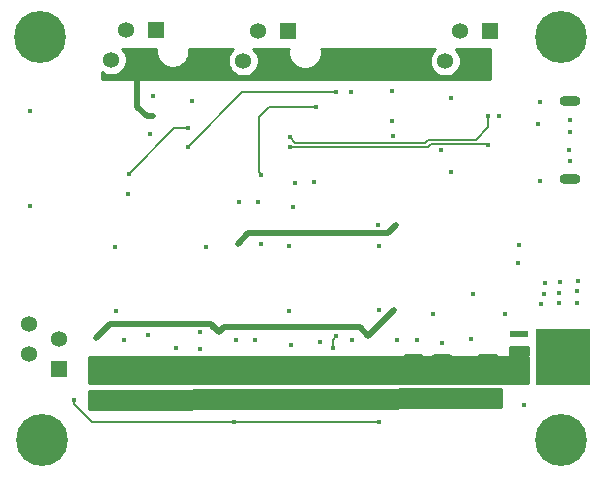
<source format=gbl>
G04 #@! TF.GenerationSoftware,KiCad,Pcbnew,5.99.0+really5.1.10+dfsg1-1*
G04 #@! TF.CreationDate,2021-12-28T19:21:21+02:00*
G04 #@! TF.ProjectId,components_main_board,636f6d70-6f6e-4656-9e74-735f6d61696e,V0.1*
G04 #@! TF.SameCoordinates,Original*
G04 #@! TF.FileFunction,Copper,L4,Bot*
G04 #@! TF.FilePolarity,Positive*
%FSLAX46Y46*%
G04 Gerber Fmt 4.6, Leading zero omitted, Abs format (unit mm)*
G04 Created by KiCad (PCBNEW 5.99.0+really5.1.10+dfsg1-1) date 2021-12-28 19:21:21*
%MOMM*%
%LPD*%
G01*
G04 APERTURE LIST*
G04 #@! TA.AperFunction,ComponentPad*
%ADD10O,1.800000X0.900000*%
G04 #@! TD*
G04 #@! TA.AperFunction,ComponentPad*
%ADD11C,4.400000*%
G04 #@! TD*
G04 #@! TA.AperFunction,SMDPad,CuDef*
%ADD12R,1.620000X0.600000*%
G04 #@! TD*
G04 #@! TA.AperFunction,SMDPad,CuDef*
%ADD13R,4.580000X4.800000*%
G04 #@! TD*
G04 #@! TA.AperFunction,ComponentPad*
%ADD14C,1.358000*%
G04 #@! TD*
G04 #@! TA.AperFunction,ComponentPad*
%ADD15R,1.358000X1.358000*%
G04 #@! TD*
G04 #@! TA.AperFunction,ViaPad*
%ADD16C,0.450000*%
G04 #@! TD*
G04 #@! TA.AperFunction,Conductor*
%ADD17C,0.500000*%
G04 #@! TD*
G04 #@! TA.AperFunction,Conductor*
%ADD18C,0.200000*%
G04 #@! TD*
G04 #@! TA.AperFunction,Conductor*
%ADD19C,0.254000*%
G04 #@! TD*
G04 #@! TA.AperFunction,Conductor*
%ADD20C,0.100000*%
G04 #@! TD*
G04 APERTURE END LIST*
G04 #@! TA.AperFunction,SMDPad,CuDef*
G36*
G01*
X229949999Y-122300000D02*
X231250001Y-122300000D01*
G75*
G02*
X231500000Y-122549999I0J-249999D01*
G01*
X231500000Y-123200001D01*
G75*
G02*
X231250001Y-123450000I-249999J0D01*
G01*
X229949999Y-123450000D01*
G75*
G02*
X229700000Y-123200001I0J249999D01*
G01*
X229700000Y-122549999D01*
G75*
G02*
X229949999Y-122300000I249999J0D01*
G01*
G37*
G04 #@! TD.AperFunction*
G04 #@! TA.AperFunction,SMDPad,CuDef*
G36*
G01*
X229949999Y-119350000D02*
X231250001Y-119350000D01*
G75*
G02*
X231500000Y-119599999I0J-249999D01*
G01*
X231500000Y-120250001D01*
G75*
G02*
X231250001Y-120500000I-249999J0D01*
G01*
X229949999Y-120500000D01*
G75*
G02*
X229700000Y-120250001I0J249999D01*
G01*
X229700000Y-119599999D01*
G75*
G02*
X229949999Y-119350000I249999J0D01*
G01*
G37*
G04 #@! TD.AperFunction*
G04 #@! TA.AperFunction,SMDPad,CuDef*
G36*
G01*
X218949999Y-122525000D02*
X220250001Y-122525000D01*
G75*
G02*
X220500000Y-122774999I0J-249999D01*
G01*
X220500000Y-123425001D01*
G75*
G02*
X220250001Y-123675000I-249999J0D01*
G01*
X218949999Y-123675000D01*
G75*
G02*
X218700000Y-123425001I0J249999D01*
G01*
X218700000Y-122774999D01*
G75*
G02*
X218949999Y-122525000I249999J0D01*
G01*
G37*
G04 #@! TD.AperFunction*
G04 #@! TA.AperFunction,SMDPad,CuDef*
G36*
G01*
X218949999Y-119575000D02*
X220250001Y-119575000D01*
G75*
G02*
X220500000Y-119824999I0J-249999D01*
G01*
X220500000Y-120475001D01*
G75*
G02*
X220250001Y-120725000I-249999J0D01*
G01*
X218949999Y-120725000D01*
G75*
G02*
X218700000Y-120475001I0J249999D01*
G01*
X218700000Y-119824999D01*
G75*
G02*
X218949999Y-119575000I249999J0D01*
G01*
G37*
G04 #@! TD.AperFunction*
G04 #@! TA.AperFunction,SMDPad,CuDef*
G36*
G01*
X210549999Y-122500000D02*
X211850001Y-122500000D01*
G75*
G02*
X212100000Y-122749999I0J-249999D01*
G01*
X212100000Y-123400001D01*
G75*
G02*
X211850001Y-123650000I-249999J0D01*
G01*
X210549999Y-123650000D01*
G75*
G02*
X210300000Y-123400001I0J249999D01*
G01*
X210300000Y-122749999D01*
G75*
G02*
X210549999Y-122500000I249999J0D01*
G01*
G37*
G04 #@! TD.AperFunction*
G04 #@! TA.AperFunction,SMDPad,CuDef*
G36*
G01*
X210549999Y-119550000D02*
X211850001Y-119550000D01*
G75*
G02*
X212100000Y-119799999I0J-249999D01*
G01*
X212100000Y-120450001D01*
G75*
G02*
X211850001Y-120700000I-249999J0D01*
G01*
X210549999Y-120700000D01*
G75*
G02*
X210300000Y-120450001I0J249999D01*
G01*
X210300000Y-119799999D01*
G75*
G02*
X210549999Y-119550000I249999J0D01*
G01*
G37*
G04 #@! TD.AperFunction*
G04 #@! TA.AperFunction,SMDPad,CuDef*
G36*
G01*
X205549999Y-122475000D02*
X206850001Y-122475000D01*
G75*
G02*
X207100000Y-122724999I0J-249999D01*
G01*
X207100000Y-123375001D01*
G75*
G02*
X206850001Y-123625000I-249999J0D01*
G01*
X205549999Y-123625000D01*
G75*
G02*
X205300000Y-123375001I0J249999D01*
G01*
X205300000Y-122724999D01*
G75*
G02*
X205549999Y-122475000I249999J0D01*
G01*
G37*
G04 #@! TD.AperFunction*
G04 #@! TA.AperFunction,SMDPad,CuDef*
G36*
G01*
X205549999Y-119525000D02*
X206850001Y-119525000D01*
G75*
G02*
X207100000Y-119774999I0J-249999D01*
G01*
X207100000Y-120425001D01*
G75*
G02*
X206850001Y-120675000I-249999J0D01*
G01*
X205549999Y-120675000D01*
G75*
G02*
X205300000Y-120425001I0J249999D01*
G01*
X205300000Y-119774999D01*
G75*
G02*
X205549999Y-119525000I249999J0D01*
G01*
G37*
G04 #@! TD.AperFunction*
G04 #@! TA.AperFunction,SMDPad,CuDef*
G36*
G01*
X226049999Y-122325000D02*
X227350001Y-122325000D01*
G75*
G02*
X227600000Y-122574999I0J-249999D01*
G01*
X227600000Y-123225001D01*
G75*
G02*
X227350001Y-123475000I-249999J0D01*
G01*
X226049999Y-123475000D01*
G75*
G02*
X225800000Y-123225001I0J249999D01*
G01*
X225800000Y-122574999D01*
G75*
G02*
X226049999Y-122325000I249999J0D01*
G01*
G37*
G04 #@! TD.AperFunction*
G04 #@! TA.AperFunction,SMDPad,CuDef*
G36*
G01*
X226049999Y-119375000D02*
X227350001Y-119375000D01*
G75*
G02*
X227600000Y-119624999I0J-249999D01*
G01*
X227600000Y-120275001D01*
G75*
G02*
X227350001Y-120525000I-249999J0D01*
G01*
X226049999Y-120525000D01*
G75*
G02*
X225800000Y-120275001I0J249999D01*
G01*
X225800000Y-119624999D01*
G75*
G02*
X226049999Y-119375000I249999J0D01*
G01*
G37*
G04 #@! TD.AperFunction*
G04 #@! TA.AperFunction,SMDPad,CuDef*
G36*
G01*
X212849999Y-122525000D02*
X214150001Y-122525000D01*
G75*
G02*
X214400000Y-122774999I0J-249999D01*
G01*
X214400000Y-123425001D01*
G75*
G02*
X214150001Y-123675000I-249999J0D01*
G01*
X212849999Y-123675000D01*
G75*
G02*
X212600000Y-123425001I0J249999D01*
G01*
X212600000Y-122774999D01*
G75*
G02*
X212849999Y-122525000I249999J0D01*
G01*
G37*
G04 #@! TD.AperFunction*
G04 #@! TA.AperFunction,SMDPad,CuDef*
G36*
G01*
X212849999Y-119575000D02*
X214150001Y-119575000D01*
G75*
G02*
X214400000Y-119824999I0J-249999D01*
G01*
X214400000Y-120475001D01*
G75*
G02*
X214150001Y-120725000I-249999J0D01*
G01*
X212849999Y-120725000D01*
G75*
G02*
X212600000Y-120475001I0J249999D01*
G01*
X212600000Y-119824999D01*
G75*
G02*
X212849999Y-119575000I249999J0D01*
G01*
G37*
G04 #@! TD.AperFunction*
G04 #@! TA.AperFunction,SMDPad,CuDef*
G36*
G01*
X196949999Y-122475000D02*
X198250001Y-122475000D01*
G75*
G02*
X198500000Y-122724999I0J-249999D01*
G01*
X198500000Y-123375001D01*
G75*
G02*
X198250001Y-123625000I-249999J0D01*
G01*
X196949999Y-123625000D01*
G75*
G02*
X196700000Y-123375001I0J249999D01*
G01*
X196700000Y-122724999D01*
G75*
G02*
X196949999Y-122475000I249999J0D01*
G01*
G37*
G04 #@! TD.AperFunction*
G04 #@! TA.AperFunction,SMDPad,CuDef*
G36*
G01*
X196949999Y-119525000D02*
X198250001Y-119525000D01*
G75*
G02*
X198500000Y-119774999I0J-249999D01*
G01*
X198500000Y-120425001D01*
G75*
G02*
X198250001Y-120675000I-249999J0D01*
G01*
X196949999Y-120675000D01*
G75*
G02*
X196700000Y-120425001I0J249999D01*
G01*
X196700000Y-119774999D01*
G75*
G02*
X196949999Y-119525000I249999J0D01*
G01*
G37*
G04 #@! TD.AperFunction*
G04 #@! TA.AperFunction,SMDPad,CuDef*
G36*
G01*
X223649999Y-122325000D02*
X224950001Y-122325000D01*
G75*
G02*
X225200000Y-122574999I0J-249999D01*
G01*
X225200000Y-123225001D01*
G75*
G02*
X224950001Y-123475000I-249999J0D01*
G01*
X223649999Y-123475000D01*
G75*
G02*
X223400000Y-123225001I0J249999D01*
G01*
X223400000Y-122574999D01*
G75*
G02*
X223649999Y-122325000I249999J0D01*
G01*
G37*
G04 #@! TD.AperFunction*
G04 #@! TA.AperFunction,SMDPad,CuDef*
G36*
G01*
X223649999Y-119375000D02*
X224950001Y-119375000D01*
G75*
G02*
X225200000Y-119624999I0J-249999D01*
G01*
X225200000Y-120275001D01*
G75*
G02*
X224950001Y-120525000I-249999J0D01*
G01*
X223649999Y-120525000D01*
G75*
G02*
X223400000Y-120275001I0J249999D01*
G01*
X223400000Y-119624999D01*
G75*
G02*
X223649999Y-119375000I249999J0D01*
G01*
G37*
G04 #@! TD.AperFunction*
G04 #@! TA.AperFunction,SMDPad,CuDef*
G36*
G01*
X216649999Y-122500000D02*
X217950001Y-122500000D01*
G75*
G02*
X218200000Y-122749999I0J-249999D01*
G01*
X218200000Y-123400001D01*
G75*
G02*
X217950001Y-123650000I-249999J0D01*
G01*
X216649999Y-123650000D01*
G75*
G02*
X216400000Y-123400001I0J249999D01*
G01*
X216400000Y-122749999D01*
G75*
G02*
X216649999Y-122500000I249999J0D01*
G01*
G37*
G04 #@! TD.AperFunction*
G04 #@! TA.AperFunction,SMDPad,CuDef*
G36*
G01*
X216649999Y-119550000D02*
X217950001Y-119550000D01*
G75*
G02*
X218200000Y-119799999I0J-249999D01*
G01*
X218200000Y-120450001D01*
G75*
G02*
X217950001Y-120700000I-249999J0D01*
G01*
X216649999Y-120700000D01*
G75*
G02*
X216400000Y-120450001I0J249999D01*
G01*
X216400000Y-119799999D01*
G75*
G02*
X216649999Y-119550000I249999J0D01*
G01*
G37*
G04 #@! TD.AperFunction*
G04 #@! TA.AperFunction,SMDPad,CuDef*
G36*
G01*
X199249999Y-122475000D02*
X200550001Y-122475000D01*
G75*
G02*
X200800000Y-122724999I0J-249999D01*
G01*
X200800000Y-123375001D01*
G75*
G02*
X200550001Y-123625000I-249999J0D01*
G01*
X199249999Y-123625000D01*
G75*
G02*
X199000000Y-123375001I0J249999D01*
G01*
X199000000Y-122724999D01*
G75*
G02*
X199249999Y-122475000I249999J0D01*
G01*
G37*
G04 #@! TD.AperFunction*
G04 #@! TA.AperFunction,SMDPad,CuDef*
G36*
G01*
X199249999Y-119525000D02*
X200550001Y-119525000D01*
G75*
G02*
X200800000Y-119774999I0J-249999D01*
G01*
X200800000Y-120425001D01*
G75*
G02*
X200550001Y-120675000I-249999J0D01*
G01*
X199249999Y-120675000D01*
G75*
G02*
X199000000Y-120425001I0J249999D01*
G01*
X199000000Y-119774999D01*
G75*
G02*
X199249999Y-119525000I249999J0D01*
G01*
G37*
G04 #@! TD.AperFunction*
G04 #@! TA.AperFunction,SMDPad,CuDef*
G36*
G01*
X221249999Y-122525000D02*
X222550001Y-122525000D01*
G75*
G02*
X222800000Y-122774999I0J-249999D01*
G01*
X222800000Y-123425001D01*
G75*
G02*
X222550001Y-123675000I-249999J0D01*
G01*
X221249999Y-123675000D01*
G75*
G02*
X221000000Y-123425001I0J249999D01*
G01*
X221000000Y-122774999D01*
G75*
G02*
X221249999Y-122525000I249999J0D01*
G01*
G37*
G04 #@! TD.AperFunction*
G04 #@! TA.AperFunction,SMDPad,CuDef*
G36*
G01*
X221249999Y-119575000D02*
X222550001Y-119575000D01*
G75*
G02*
X222800000Y-119824999I0J-249999D01*
G01*
X222800000Y-120475001D01*
G75*
G02*
X222550001Y-120725000I-249999J0D01*
G01*
X221249999Y-120725000D01*
G75*
G02*
X221000000Y-120475001I0J249999D01*
G01*
X221000000Y-119824999D01*
G75*
G02*
X221249999Y-119575000I249999J0D01*
G01*
G37*
G04 #@! TD.AperFunction*
G04 #@! TA.AperFunction,SMDPad,CuDef*
G36*
G01*
X208249999Y-122475000D02*
X209550001Y-122475000D01*
G75*
G02*
X209800000Y-122724999I0J-249999D01*
G01*
X209800000Y-123375001D01*
G75*
G02*
X209550001Y-123625000I-249999J0D01*
G01*
X208249999Y-123625000D01*
G75*
G02*
X208000000Y-123375001I0J249999D01*
G01*
X208000000Y-122724999D01*
G75*
G02*
X208249999Y-122475000I249999J0D01*
G01*
G37*
G04 #@! TD.AperFunction*
G04 #@! TA.AperFunction,SMDPad,CuDef*
G36*
G01*
X208249999Y-119525000D02*
X209550001Y-119525000D01*
G75*
G02*
X209800000Y-119774999I0J-249999D01*
G01*
X209800000Y-120425001D01*
G75*
G02*
X209550001Y-120675000I-249999J0D01*
G01*
X208249999Y-120675000D01*
G75*
G02*
X208000000Y-120425001I0J249999D01*
G01*
X208000000Y-119774999D01*
G75*
G02*
X208249999Y-119525000I249999J0D01*
G01*
G37*
G04 #@! TD.AperFunction*
G04 #@! TA.AperFunction,SMDPad,CuDef*
G36*
G01*
X203149999Y-122475000D02*
X204450001Y-122475000D01*
G75*
G02*
X204700000Y-122724999I0J-249999D01*
G01*
X204700000Y-123375001D01*
G75*
G02*
X204450001Y-123625000I-249999J0D01*
G01*
X203149999Y-123625000D01*
G75*
G02*
X202900000Y-123375001I0J249999D01*
G01*
X202900000Y-122724999D01*
G75*
G02*
X203149999Y-122475000I249999J0D01*
G01*
G37*
G04 #@! TD.AperFunction*
G04 #@! TA.AperFunction,SMDPad,CuDef*
G36*
G01*
X203149999Y-119525000D02*
X204450001Y-119525000D01*
G75*
G02*
X204700000Y-119774999I0J-249999D01*
G01*
X204700000Y-120425001D01*
G75*
G02*
X204450001Y-120675000I-249999J0D01*
G01*
X203149999Y-120675000D01*
G75*
G02*
X202900000Y-120425001I0J249999D01*
G01*
X202900000Y-119774999D01*
G75*
G02*
X203149999Y-119525000I249999J0D01*
G01*
G37*
G04 #@! TD.AperFunction*
D10*
X237501200Y-97909000D03*
X237501200Y-104509000D03*
D11*
X192800000Y-126600000D03*
X236800000Y-126600000D03*
X236800000Y-92500000D03*
X192700000Y-92500000D03*
D12*
X233207000Y-117687400D03*
X233207000Y-118957400D03*
X233207000Y-120227400D03*
X233207000Y-121497400D03*
D13*
X236917000Y-119592400D03*
D14*
X191705000Y-116823800D03*
X194245000Y-118093800D03*
X191705000Y-119363800D03*
D15*
X194245000Y-120633800D03*
X202500000Y-91900000D03*
D14*
X201230000Y-94440000D03*
X199960000Y-91900000D03*
X198690000Y-94440000D03*
X209890000Y-94526000D03*
X211160000Y-91986000D03*
X212430000Y-94526000D03*
D15*
X213700000Y-91986000D03*
D14*
X226990000Y-94540000D03*
X228260000Y-92000000D03*
X229530000Y-94540000D03*
D15*
X230800000Y-92000000D03*
G04 #@! TA.AperFunction,SMDPad,CuDef*
G36*
G01*
X228343750Y-122380700D02*
X228856250Y-122380700D01*
G75*
G02*
X229075000Y-122599450I0J-218750D01*
G01*
X229075000Y-123036950D01*
G75*
G02*
X228856250Y-123255700I-218750J0D01*
G01*
X228343750Y-123255700D01*
G75*
G02*
X228125000Y-123036950I0J218750D01*
G01*
X228125000Y-122599450D01*
G75*
G02*
X228343750Y-122380700I218750J0D01*
G01*
G37*
G04 #@! TD.AperFunction*
G04 #@! TA.AperFunction,SMDPad,CuDef*
G36*
G01*
X228343750Y-120805700D02*
X228856250Y-120805700D01*
G75*
G02*
X229075000Y-121024450I0J-218750D01*
G01*
X229075000Y-121461950D01*
G75*
G02*
X228856250Y-121680700I-218750J0D01*
G01*
X228343750Y-121680700D01*
G75*
G02*
X228125000Y-121461950I0J218750D01*
G01*
X228125000Y-121024450D01*
G75*
G02*
X228343750Y-120805700I218750J0D01*
G01*
G37*
G04 #@! TD.AperFunction*
G04 #@! TA.AperFunction,SMDPad,CuDef*
G36*
G01*
X201543750Y-122637500D02*
X202056250Y-122637500D01*
G75*
G02*
X202275000Y-122856250I0J-218750D01*
G01*
X202275000Y-123293750D01*
G75*
G02*
X202056250Y-123512500I-218750J0D01*
G01*
X201543750Y-123512500D01*
G75*
G02*
X201325000Y-123293750I0J218750D01*
G01*
X201325000Y-122856250D01*
G75*
G02*
X201543750Y-122637500I218750J0D01*
G01*
G37*
G04 #@! TD.AperFunction*
G04 #@! TA.AperFunction,SMDPad,CuDef*
G36*
G01*
X201543750Y-121062500D02*
X202056250Y-121062500D01*
G75*
G02*
X202275000Y-121281250I0J-218750D01*
G01*
X202275000Y-121718750D01*
G75*
G02*
X202056250Y-121937500I-218750J0D01*
G01*
X201543750Y-121937500D01*
G75*
G02*
X201325000Y-121718750I0J218750D01*
G01*
X201325000Y-121281250D01*
G75*
G02*
X201543750Y-121062500I218750J0D01*
G01*
G37*
G04 #@! TD.AperFunction*
G04 #@! TA.AperFunction,SMDPad,CuDef*
G36*
G01*
X215143750Y-120882000D02*
X215656250Y-120882000D01*
G75*
G02*
X215875000Y-121100750I0J-218750D01*
G01*
X215875000Y-121538250D01*
G75*
G02*
X215656250Y-121757000I-218750J0D01*
G01*
X215143750Y-121757000D01*
G75*
G02*
X214925000Y-121538250I0J218750D01*
G01*
X214925000Y-121100750D01*
G75*
G02*
X215143750Y-120882000I218750J0D01*
G01*
G37*
G04 #@! TD.AperFunction*
G04 #@! TA.AperFunction,SMDPad,CuDef*
G36*
G01*
X215143750Y-122457000D02*
X215656250Y-122457000D01*
G75*
G02*
X215875000Y-122675750I0J-218750D01*
G01*
X215875000Y-123113250D01*
G75*
G02*
X215656250Y-123332000I-218750J0D01*
G01*
X215143750Y-123332000D01*
G75*
G02*
X214925000Y-123113250I0J218750D01*
G01*
X214925000Y-122675750D01*
G75*
G02*
X215143750Y-122457000I218750J0D01*
G01*
G37*
G04 #@! TD.AperFunction*
D16*
X214300000Y-104900000D03*
X202200000Y-99200000D03*
X209400000Y-110000000D03*
X222820050Y-108441750D03*
X214100000Y-106900000D03*
X205500000Y-97900000D03*
X211100000Y-106500000D03*
X202000000Y-100700000D03*
X215900000Y-104800000D03*
X200120400Y-105827200D03*
X222540600Y-100900000D03*
X222500000Y-99600000D03*
X222500000Y-97100000D03*
X227493600Y-97646800D03*
X227493600Y-103920600D03*
X226655400Y-102066400D03*
X211339200Y-110067400D03*
X209500000Y-106500000D03*
X206691000Y-110270600D03*
X199045600Y-110270600D03*
X191857400Y-98815200D03*
X191857400Y-106790800D03*
X234834200Y-99907400D03*
X235012000Y-98027800D03*
X237501200Y-99577200D03*
X237501200Y-100567800D03*
X237475800Y-102091800D03*
X237501200Y-102980800D03*
X235012000Y-104733400D03*
X202200000Y-97500000D03*
X231532200Y-99170800D03*
X221245200Y-108441800D03*
X213777600Y-110219800D03*
X221346800Y-110194400D03*
X216622400Y-121218000D03*
X215479400Y-121218000D03*
X214336400Y-121218000D03*
X201327399Y-121247601D03*
X202601600Y-121247601D03*
X203740399Y-121247601D03*
X233183200Y-120176600D03*
X233183200Y-118957400D03*
X226781600Y-121117200D03*
X228154000Y-121117200D03*
X229651800Y-121117200D03*
X197100000Y-123300000D03*
X222400000Y-123200000D03*
X210900000Y-123200000D03*
X208300000Y-123200000D03*
X233208600Y-110118200D03*
X222870800Y-118144600D03*
X224547200Y-118144600D03*
X206200000Y-117500000D03*
X199071000Y-115706200D03*
X232776800Y-117687400D03*
X233665800Y-117687400D03*
X219111600Y-118170000D03*
X233132400Y-111642200D03*
X229322400Y-114258400D03*
X232040200Y-115960200D03*
X235316800Y-114233000D03*
X238161600Y-114029800D03*
X236637600Y-114182200D03*
X235113600Y-115096600D03*
X236586800Y-115071200D03*
X238110800Y-114995000D03*
X238187000Y-113140800D03*
X236688400Y-113217000D03*
X235443800Y-113318600D03*
X233665800Y-123681800D03*
X225918800Y-115934800D03*
X206200000Y-118900000D03*
X209281800Y-118170000D03*
X210856600Y-118170000D03*
X203084200Y-123326200D03*
X201941200Y-123377000D03*
X201382400Y-122869000D03*
X202525400Y-122996000D03*
X203719200Y-122818200D03*
X216190600Y-123250000D03*
X214895200Y-123275400D03*
X214336400Y-122767400D03*
X215530200Y-122894400D03*
X216774800Y-122716600D03*
X226731600Y-122894400D03*
X229576400Y-122945200D03*
X213752200Y-115680800D03*
X221372200Y-115630000D03*
X201788800Y-117738200D03*
X204151000Y-118830400D03*
X213955400Y-118551000D03*
X216343000Y-118373200D03*
X229144600Y-118093800D03*
X226706200Y-118398600D03*
X199756800Y-118195400D03*
X228103200Y-122843600D03*
X207800000Y-117500000D03*
X220457800Y-117814400D03*
X222616800Y-115630000D03*
X197400000Y-118000000D03*
X217700000Y-97200000D03*
X219000000Y-97200000D03*
X205200000Y-101800000D03*
X216012800Y-98459600D03*
X211400000Y-104200000D03*
X213800000Y-101800000D03*
X230633002Y-101615001D03*
X213800000Y-101000000D03*
X230633002Y-99165001D03*
X217714600Y-117865200D03*
X217435200Y-118881200D03*
X238034600Y-119389200D03*
X235316800Y-119389200D03*
X235266000Y-121319600D03*
X238110800Y-121319600D03*
X236612200Y-121319600D03*
X236561400Y-119389200D03*
X236485200Y-117763600D03*
X237882200Y-117814400D03*
X235215200Y-117763600D03*
X195540400Y-123224600D03*
X209078600Y-125129600D03*
X221372200Y-125100000D03*
X205200000Y-100200000D03*
X200171200Y-104074600D03*
D17*
X213396600Y-94630600D02*
X213292000Y-94526000D01*
X202373000Y-95589400D02*
X201331600Y-94548000D01*
X202200000Y-99200000D02*
X201700000Y-99200000D01*
X200900000Y-94770000D02*
X201230000Y-94440000D01*
X200900000Y-98400000D02*
X200900000Y-94770000D01*
X201700000Y-99200000D02*
X200900000Y-98400000D01*
X222144999Y-109116801D02*
X222820050Y-108441750D01*
X210283199Y-109116801D02*
X222144999Y-109116801D01*
X209400000Y-110000000D02*
X210283199Y-109116801D01*
X220457800Y-117789000D02*
X220457800Y-117814400D01*
X222616800Y-115630000D02*
X221550000Y-116696800D01*
X221550000Y-116722200D02*
X220457800Y-117814400D01*
X221550000Y-116696800D02*
X221550000Y-116722200D01*
X207800000Y-117500000D02*
X208234400Y-117065600D01*
X208234400Y-117065600D02*
X219734400Y-117065600D01*
X219734400Y-117065600D02*
X220457800Y-117789000D01*
X207250900Y-116950900D02*
X207800000Y-117500000D01*
X207124999Y-116824999D02*
X207800000Y-117500000D01*
X198575001Y-116824999D02*
X207124999Y-116824999D01*
X197400000Y-118000000D02*
X198575001Y-116824999D01*
D18*
X209800000Y-97200000D02*
X211200000Y-97200000D01*
X205200000Y-101800000D02*
X209800000Y-97200000D01*
X211200000Y-97200000D02*
X211049400Y-97200000D01*
X217700000Y-97200000D02*
X211200000Y-97200000D01*
X213853800Y-98459600D02*
X216012800Y-98459600D01*
X211175001Y-103975001D02*
X211175001Y-99324999D01*
X211400000Y-104200000D02*
X211175001Y-103975001D01*
X212040400Y-98459600D02*
X213853800Y-98459600D01*
X211175001Y-99324999D02*
X212040400Y-98459600D01*
X230559400Y-101541399D02*
X230633002Y-101615001D01*
X225741399Y-101541399D02*
X230559400Y-101541399D01*
X225482798Y-101800000D02*
X225741399Y-101541399D01*
X213800000Y-101800000D02*
X225482798Y-101800000D01*
X214249990Y-101449990D02*
X213800000Y-101000000D01*
X225250010Y-101449990D02*
X214249990Y-101449990D01*
X229608611Y-101191389D02*
X225508611Y-101191389D01*
X225508611Y-101191389D02*
X225250010Y-101449990D01*
X230633002Y-100166998D02*
X229608611Y-101191389D01*
X230633002Y-99165001D02*
X230633002Y-100166998D01*
X217435200Y-118144600D02*
X217714600Y-117865200D01*
X217435200Y-118881200D02*
X217435200Y-118144600D01*
X209053200Y-125104200D02*
X209078600Y-125129600D01*
X195540400Y-123224600D02*
X195540400Y-123605600D01*
X197039000Y-125104200D02*
X198969400Y-125104200D01*
X195540400Y-123605600D02*
X197039000Y-125104200D01*
X198969400Y-125104200D02*
X209053200Y-125104200D01*
X209078600Y-125129600D02*
X221370400Y-125129600D01*
X204045800Y-100200000D02*
X200171200Y-104074600D01*
X205200000Y-100200000D02*
X204045800Y-100200000D01*
D19*
X202502971Y-93495918D02*
X202490000Y-93561127D01*
X202490000Y-93838873D01*
X202544186Y-94111282D01*
X202650475Y-94367885D01*
X202804782Y-94598822D01*
X203001178Y-94795218D01*
X203232115Y-94949525D01*
X203488718Y-95055814D01*
X203761127Y-95110000D01*
X204038873Y-95110000D01*
X204311282Y-95055814D01*
X204567885Y-94949525D01*
X204798822Y-94795218D01*
X204995218Y-94598822D01*
X205149525Y-94367885D01*
X205255814Y-94111282D01*
X205310000Y-93838873D01*
X205310000Y-93561127D01*
X205298008Y-93500841D01*
X209050272Y-93507451D01*
X208869349Y-93688374D01*
X208725548Y-93903588D01*
X208626496Y-94142720D01*
X208576000Y-94396582D01*
X208576000Y-94655418D01*
X208626496Y-94909280D01*
X208725548Y-95148412D01*
X208869349Y-95363626D01*
X209052374Y-95546651D01*
X209267588Y-95690452D01*
X209506720Y-95789504D01*
X209760582Y-95840000D01*
X210019418Y-95840000D01*
X210273280Y-95789504D01*
X210512412Y-95690452D01*
X210727626Y-95546651D01*
X210910651Y-95363626D01*
X211054452Y-95148412D01*
X211153504Y-94909280D01*
X211204000Y-94655418D01*
X211204000Y-94396582D01*
X211153504Y-94142720D01*
X211054452Y-93903588D01*
X210910651Y-93688374D01*
X210732691Y-93510414D01*
X213716149Y-93515669D01*
X213690000Y-93647127D01*
X213690000Y-93924873D01*
X213744186Y-94197282D01*
X213850475Y-94453885D01*
X214004782Y-94684822D01*
X214201178Y-94881218D01*
X214432115Y-95035525D01*
X214688718Y-95141814D01*
X214961127Y-95196000D01*
X215238873Y-95196000D01*
X215511282Y-95141814D01*
X215767885Y-95035525D01*
X215998822Y-94881218D01*
X216195218Y-94684822D01*
X216349525Y-94453885D01*
X216455814Y-94197282D01*
X216510000Y-93924873D01*
X216510000Y-93647127D01*
X216484821Y-93520546D01*
X226134181Y-93537542D01*
X225969349Y-93702374D01*
X225825548Y-93917588D01*
X225726496Y-94156720D01*
X225676000Y-94410582D01*
X225676000Y-94669418D01*
X225726496Y-94923280D01*
X225825548Y-95162412D01*
X225969349Y-95377626D01*
X226152374Y-95560651D01*
X226367588Y-95704452D01*
X226606720Y-95803504D01*
X226860582Y-95854000D01*
X227119418Y-95854000D01*
X227373280Y-95803504D01*
X227612412Y-95704452D01*
X227827626Y-95560651D01*
X228010651Y-95377626D01*
X228154452Y-95162412D01*
X228253504Y-94923280D01*
X228304000Y-94669418D01*
X228304000Y-94410582D01*
X228253504Y-94156720D01*
X228154452Y-93917588D01*
X228010651Y-93702374D01*
X227848839Y-93540562D01*
X230741241Y-93545657D01*
X230804678Y-96054295D01*
X197924902Y-96097237D01*
X197915012Y-95502504D01*
X198067588Y-95604452D01*
X198306720Y-95703504D01*
X198560582Y-95754000D01*
X198819418Y-95754000D01*
X199073280Y-95703504D01*
X199312412Y-95604452D01*
X199527626Y-95460651D01*
X199710651Y-95277626D01*
X199854452Y-95062412D01*
X199953504Y-94823280D01*
X200004000Y-94569418D01*
X200004000Y-94310582D01*
X199953504Y-94056720D01*
X199854452Y-93817588D01*
X199710651Y-93602374D01*
X199599080Y-93490803D01*
X202502971Y-93495918D01*
G04 #@! TA.AperFunction,Conductor*
D20*
G36*
X202502971Y-93495918D02*
G01*
X202490000Y-93561127D01*
X202490000Y-93838873D01*
X202544186Y-94111282D01*
X202650475Y-94367885D01*
X202804782Y-94598822D01*
X203001178Y-94795218D01*
X203232115Y-94949525D01*
X203488718Y-95055814D01*
X203761127Y-95110000D01*
X204038873Y-95110000D01*
X204311282Y-95055814D01*
X204567885Y-94949525D01*
X204798822Y-94795218D01*
X204995218Y-94598822D01*
X205149525Y-94367885D01*
X205255814Y-94111282D01*
X205310000Y-93838873D01*
X205310000Y-93561127D01*
X205298008Y-93500841D01*
X209050272Y-93507451D01*
X208869349Y-93688374D01*
X208725548Y-93903588D01*
X208626496Y-94142720D01*
X208576000Y-94396582D01*
X208576000Y-94655418D01*
X208626496Y-94909280D01*
X208725548Y-95148412D01*
X208869349Y-95363626D01*
X209052374Y-95546651D01*
X209267588Y-95690452D01*
X209506720Y-95789504D01*
X209760582Y-95840000D01*
X210019418Y-95840000D01*
X210273280Y-95789504D01*
X210512412Y-95690452D01*
X210727626Y-95546651D01*
X210910651Y-95363626D01*
X211054452Y-95148412D01*
X211153504Y-94909280D01*
X211204000Y-94655418D01*
X211204000Y-94396582D01*
X211153504Y-94142720D01*
X211054452Y-93903588D01*
X210910651Y-93688374D01*
X210732691Y-93510414D01*
X213716149Y-93515669D01*
X213690000Y-93647127D01*
X213690000Y-93924873D01*
X213744186Y-94197282D01*
X213850475Y-94453885D01*
X214004782Y-94684822D01*
X214201178Y-94881218D01*
X214432115Y-95035525D01*
X214688718Y-95141814D01*
X214961127Y-95196000D01*
X215238873Y-95196000D01*
X215511282Y-95141814D01*
X215767885Y-95035525D01*
X215998822Y-94881218D01*
X216195218Y-94684822D01*
X216349525Y-94453885D01*
X216455814Y-94197282D01*
X216510000Y-93924873D01*
X216510000Y-93647127D01*
X216484821Y-93520546D01*
X226134181Y-93537542D01*
X225969349Y-93702374D01*
X225825548Y-93917588D01*
X225726496Y-94156720D01*
X225676000Y-94410582D01*
X225676000Y-94669418D01*
X225726496Y-94923280D01*
X225825548Y-95162412D01*
X225969349Y-95377626D01*
X226152374Y-95560651D01*
X226367588Y-95704452D01*
X226606720Y-95803504D01*
X226860582Y-95854000D01*
X227119418Y-95854000D01*
X227373280Y-95803504D01*
X227612412Y-95704452D01*
X227827626Y-95560651D01*
X228010651Y-95377626D01*
X228154452Y-95162412D01*
X228253504Y-94923280D01*
X228304000Y-94669418D01*
X228304000Y-94410582D01*
X228253504Y-94156720D01*
X228154452Y-93917588D01*
X228010651Y-93702374D01*
X227848839Y-93540562D01*
X230741241Y-93545657D01*
X230804678Y-96054295D01*
X197924902Y-96097237D01*
X197915012Y-95502504D01*
X198067588Y-95604452D01*
X198306720Y-95703504D01*
X198560582Y-95754000D01*
X198819418Y-95754000D01*
X199073280Y-95703504D01*
X199312412Y-95604452D01*
X199527626Y-95460651D01*
X199710651Y-95277626D01*
X199854452Y-95062412D01*
X199953504Y-94823280D01*
X200004000Y-94569418D01*
X200004000Y-94310582D01*
X199953504Y-94056720D01*
X199854452Y-93817588D01*
X199710651Y-93602374D01*
X199599080Y-93490803D01*
X202502971Y-93495918D01*
G37*
G04 #@! TD.AperFunction*
D19*
X231673000Y-123848452D02*
X196827000Y-123972547D01*
X196827000Y-122476548D01*
X231673000Y-122352453D01*
X231673000Y-123848452D01*
G04 #@! TA.AperFunction,Conductor*
D20*
G36*
X231673000Y-123848452D02*
G01*
X196827000Y-123972547D01*
X196827000Y-122476548D01*
X231673000Y-122352453D01*
X231673000Y-123848452D01*
G37*
G04 #@! TD.AperFunction*
D19*
X233973000Y-121773000D02*
X196827000Y-121773000D01*
X196827000Y-119627000D01*
X233973000Y-119627000D01*
X233973000Y-121773000D01*
G04 #@! TA.AperFunction,Conductor*
D20*
G36*
X233973000Y-121773000D02*
G01*
X196827000Y-121773000D01*
X196827000Y-119627000D01*
X233973000Y-119627000D01*
X233973000Y-121773000D01*
G37*
G04 #@! TD.AperFunction*
D19*
X233973000Y-119473000D02*
X232427000Y-119473000D01*
X232427000Y-118727000D01*
X233973000Y-118727000D01*
X233973000Y-119473000D01*
G04 #@! TA.AperFunction,Conductor*
D20*
G36*
X233973000Y-119473000D02*
G01*
X232427000Y-119473000D01*
X232427000Y-118727000D01*
X233973000Y-118727000D01*
X233973000Y-119473000D01*
G37*
G04 #@! TD.AperFunction*
M02*

</source>
